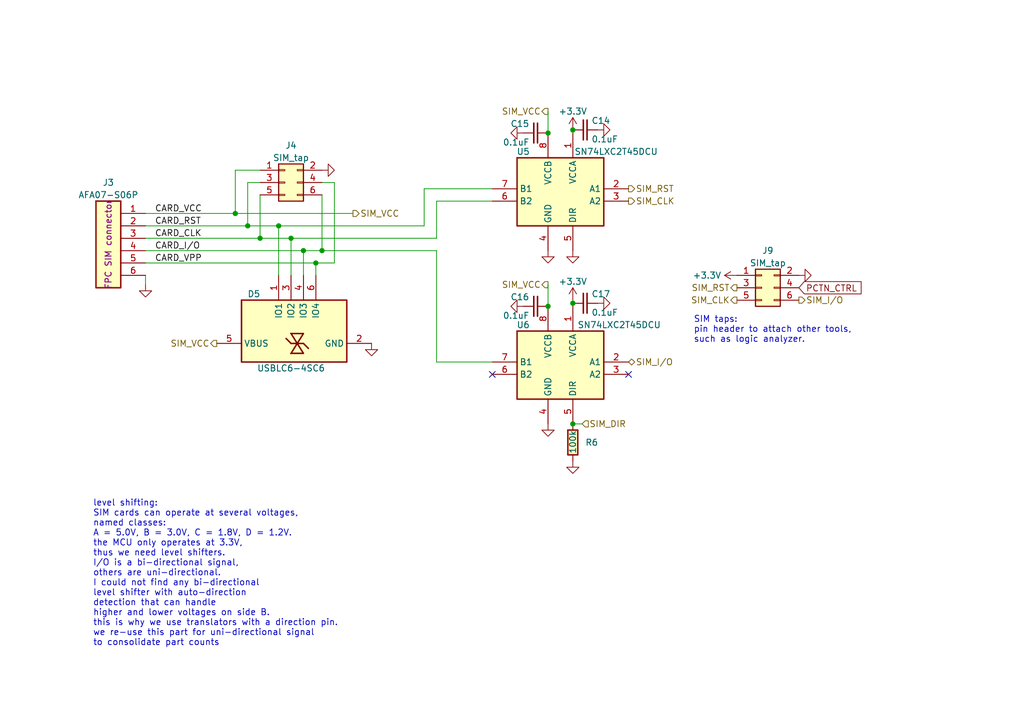
<source format=kicad_sch>
(kicad_sch (version 20230121) (generator eeschema)
  (paper "A5")
  (title_block (title "rSIM") (date "$date$") (rev "$version$.$revision$") (company "CuVoodoo") (comment 1 "King Kévin") (comment 2 "CERN-OHL-S") (comment 3 "SIM interface"))
  (lib_symbols
    (symbol "Connector_Generic:Conn_02x03_Odd_Even" (pin_names (offset 1.016) hide)
      (property "Reference" "J" (at 1.27 5.08 0))
      (property "Value" "Conn_02x03_Odd_Even" (at 1.27 -5.08 0))
      (symbol "Conn_02x03_Odd_Even_1_1"
        (rectangle (start -1.27 -2.413) (end 0 -2.667) (stroke (width 0.1524)))
        (rectangle (start -1.27 0.127) (end 0 -0.127) (stroke (width 0.1524)))
        (rectangle (start -1.27 2.667) (end 0 2.413) (stroke (width 0.1524)))
        (rectangle (start -1.27 3.81) (end 3.81 -3.81) (stroke (width 0.254)) (fill (type background)))
        (rectangle (start 3.81 -2.413) (end 2.54 -2.667) (stroke (width 0.1524)))
        (rectangle (start 3.81 0.127) (end 2.54 -0.127) (stroke (width 0.1524)))
        (rectangle (start 3.81 2.667) (end 2.54 2.413) (stroke (width 0.1524)))
        (pin passive line (at -5.08 2.54 0) (length 3.81) (name "Pin_1") (number "1"))
        (pin passive line (at 7.62 2.54 180) (length 3.81) (name "Pin_2") (number "2"))
        (pin passive line (at -5.08 0 0) (length 3.81) (name "Pin_3") (number "3"))
        (pin passive line (at 7.62 0 180) (length 3.81) (name "Pin_4") (number "4"))
        (pin passive line (at -5.08 -2.54 0) (length 3.81) (name "Pin_5") (number "5"))
        (pin passive line (at 7.62 -2.54 180) (length 3.81) (name "Pin_6") (number "6"))
      )
    )
    (symbol "partdb:TVS/USBLC6-4SC6"
      (property "Reference" "D" (at 0 0.762 0))
      (property "Value" "USBLC6-4SC6" (at 9.652 -22.352 0))
      (symbol "TVS/USBLC6-4SC6_1_1"
        (polyline (pts (xy 8.89 -12.7) (xy 9.906 -13.716)) (stroke (width 0.305)))
        (polyline (pts (xy 8.89 -10.16) (xy 7.874 -9.144)) (stroke (width 0.305)))
        (polyline (pts (xy 8.89 -10.16) (xy 8.89 -12.7)) (stroke (width 0.305)))
        (polyline (pts (xy 6.858 -10.16) (xy 8.89 -11.43) (xy 6.858 -12.7) (xy 6.858 -10.16)) (stroke (width 0.305)) (fill (type background)))
        (polyline (pts (xy 10.922 -10.16) (xy 8.89 -11.43) (xy 10.922 -12.7) (xy 10.922 -10.16)) (stroke (width 0.305)) (fill (type background)))
        (rectangle (start 0 0) (end 12.7 -21.59) (stroke (width 0.305)) (fill (type background)))
        (pin passive line (at -5.08 -7.62 0) (length 5.08) (name "IO1") (number "1"))
        (pin power_in line (at 8.89 -26.67 90) (length 5.08) (name "GND") (number "2"))
        (pin passive line (at -5.08 -10.16 0) (length 5.08) (name "IO2") (number "3"))
        (pin passive line (at -5.08 -12.7 0) (length 5.08) (name "IO3") (number "4"))
        (pin power_in line (at 8.89 5.08 270) (length 5.08) (name "VBUS") (number "5"))
        (pin passive line (at -5.08 -15.24 0) (length 5.08) (name "IO4") (number "6"))
      )
    )
    (symbol "partdb:capacitor/C0603 0.1uF 16V" (pin_numbers hide) (pin_names hide)
      (property "Reference" "C" (at 0 2.794 0))
      (property "Value" "C0603" (at 0 -2.794 0))
      (symbol "capacitor/C0603 0.1uF 16V_1_1"
        (polyline (pts (xy -0.381 2.032) (xy -0.381 -2.032)) (stroke (width 0.305)))
        (polyline (pts (xy 0.381 2.032) (xy 0.381 -2.032)) (stroke (width 0.305)))
        (pin passive line (at -2.54 0 0) (length 2.159) (name "L") (number "1"))
        (pin passive line (at 2.54 0 180) (length 2.159) (name "R") (number "2"))
      )
    )
    (symbol "partdb:connector/AFA07-S06FCC-00" (pin_names hide)
      (property "Reference" "J" (at 2.54 0.762 0))
      (property "Value" "AFA07-S06P" (at 2.54 -18.542 0))
      (symbol "connector/AFA07-S06FCC-00_1_1"
        (rectangle (start 0 0) (end 5.08 -17.78) (stroke (width 0.305)) (fill (type background)))
        (pin passive line (at -5.08 -2.54 0) (length 5.08) (name "1") (number "1"))
        (pin passive line (at -5.08 -5.08 0) (length 5.08) (name "2") (number "2"))
        (pin passive line (at -5.08 -7.62 0) (length 5.08) (name "3") (number "3"))
        (pin passive line (at -5.08 -10.16 0) (length 5.08) (name "4") (number "4"))
        (pin passive line (at -5.08 -12.7 0) (length 5.08) (name "5") (number "5"))
        (pin passive line (at -5.08 -15.24 0) (length 5.08) (name "6") (number "6"))
      )
    )
    (symbol "partdb:resistor/R0603 100K" (pin_numbers hide) (pin_names hide)
      (property "Reference" "R" (at 0 1.778 0))
      (property "Value" "R0603" (at 0 -1.778 0))
      (symbol "resistor/R0603 100K_1_1"
        (rectangle (start -2.54 1.016) (end 2.54 -1.016) (stroke (width 0.305)) (fill (type background)))
        (pin passive line (at -3.81 0 0) (length 1.27) (name "L") (number "1"))
        (pin passive line (at 3.81 0 180) (length 1.27) (name "R") (number "2"))
      )
    )
    (symbol "power:+3.3V" (power) (pin_names (offset 0))
      (property "Value" "+3.3V" (at 0 3.556 0))
      (symbol "+3.3V_0_1"
        (polyline (pts (xy -0.762 1.27) (xy 0 2.54)))
        (polyline (pts (xy 0 0) (xy 0 2.54)))
        (polyline (pts (xy 0 2.54) (xy 0.762 1.27)))
      )
      (symbol "+3.3V_1_1"
        (pin power_in line (at 0 0 90) (length 0) hide (name "+3.3V") (number "1"))
      )
    )
    (symbol "power:GND" (power) (pin_names (offset 0))
      (property "Value" "GND" (at 0 -3.81 0))
      (symbol "GND_0_1"
        (polyline (pts (xy 0 0) (xy 0 -1.27) (xy 1.27 -1.27) (xy 0 -2.54) (xy -1.27 -1.27) (xy 0 -1.27)))
      )
      (symbol "GND_1_1"
        (pin power_in line (at 0 0 270) (length 0) hide (name "GND") (number "1"))
      )
    )
    (symbol "qeda:SN74LXC2T45DCU"
      (property "Reference" "U" (at 0 0.762 0))
      (property "Value" "SN74LXC2T45DCU" (at 12.192 -14.732 0))
      (symbol "SN74LXC2T45DCU_1_1"
        (rectangle (start 0 0) (end 17.78 -13.97) (stroke (width 0.305)) (fill (type background)))
        (pin power_in line (at 6.35 5.08 270) (length 5.08) (name "VCCA") (number "1"))
        (pin bidirectional line (at -5.08 -6.35 0) (length 5.08) (name "A1") (number "2"))
        (pin bidirectional line (at -5.08 -8.89 0) (length 5.08) (name "A2") (number "3"))
        (pin power_in line (at 11.43 -19.05 90) (length 5.08) (name "GND") (number "4"))
        (pin input line (at 6.35 -19.05 90) (length 5.08) (name "DIR") (number "5"))
        (pin bidirectional line (at 22.86 -8.89 180) (length 5.08) (name "B2") (number "6"))
        (pin bidirectional line (at 22.86 -6.35 180) (length 5.08) (name "B1") (number "7"))
        (pin power_in line (at 11.43 5.08 270) (length 5.08) (name "VCCB") (number "8"))
      )
    )
  )
  (junction (at 50.8 46.355))
  (junction (at 66.04 51.435))
  (junction (at 53.34 48.895))
  (junction (at 117.475 62.23))
  (junction (at 112.395 27.305))
  (junction (at 62.23 51.435))
  (junction (at 117.475 86.995))
  (junction (at 117.475 26.67))
  (junction (at 57.15 46.355))
  (junction (at 59.69 48.895))
  (junction (at 48.26 43.815))
  (junction (at 112.395 62.865))
  (junction (at 64.77 53.975))
  (no_connect (at 100.965 76.835))
  (no_connect (at 128.905 76.835))
  (wire (pts (xy 119.38 86.995) (xy 117.475 86.995)))
  (wire (pts (xy 117.475 61.595) (xy 117.475 62.23)))
  (wire (pts (xy 29.845 58.42) (xy 29.845 56.515)))
  (wire (pts (xy 48.26 34.925) (xy 48.26 43.815)))
  (wire (pts (xy 64.77 53.975) (xy 64.77 56.515)))
  (wire (pts (xy 29.845 53.975) (xy 64.77 53.975)))
  (wire (pts (xy 50.8 37.465) (xy 50.8 46.355)))
  (wire (pts (xy 59.69 48.895) (xy 59.69 56.515)))
  (wire (pts (xy 112.395 22.86) (xy 112.395 27.305)))
  (wire (pts (xy 57.15 46.355) (xy 86.995 46.355)))
  (wire (pts (xy 64.77 53.975) (xy 68.58 53.975)))
  (wire (pts (xy 59.69 48.895) (xy 53.34 48.895)))
  (wire (pts (xy 86.995 46.355) (xy 86.995 38.735)))
  (wire (pts (xy 59.69 48.895) (xy 89.535 48.895)))
  (wire (pts (xy 62.23 51.435) (xy 62.23 56.515)))
  (wire (pts (xy 48.26 43.815) (xy 72.39 43.815)))
  (wire (pts (xy 53.34 34.925) (xy 48.26 34.925)))
  (wire (pts (xy 29.845 43.815) (xy 48.26 43.815)))
  (wire (pts (xy 57.15 46.355) (xy 50.8 46.355)))
  (wire (pts (xy 112.395 58.42) (xy 112.395 62.865)))
  (wire (pts (xy 117.475 26.67) (xy 117.475 27.305)))
  (wire (pts (xy 66.04 37.465) (xy 68.58 37.465)))
  (wire (pts (xy 66.04 40.005) (xy 66.04 51.435)))
  (wire (pts (xy 29.845 51.435) (xy 62.23 51.435)))
  (wire (pts (xy 53.34 40.005) (xy 53.34 48.895)))
  (wire (pts (xy 68.58 37.465) (xy 68.58 53.975)))
  (wire (pts (xy 89.535 51.435) (xy 89.535 74.295)))
  (wire (pts (xy 66.04 51.435) (xy 89.535 51.435)))
  (wire (pts (xy 86.995 38.735) (xy 100.965 38.735)))
  (wire (pts (xy 29.845 46.355) (xy 50.8 46.355)))
  (wire (pts (xy 57.15 46.355) (xy 57.15 56.515)))
  (wire (pts (xy 29.845 48.895) (xy 53.34 48.895)))
  (wire (pts (xy 89.535 74.295) (xy 100.965 74.295)))
  (wire (pts (xy 89.535 48.895) (xy 89.535 41.275)))
  (wire (pts (xy 89.535 41.275) (xy 100.965 41.275)))
  (wire (pts (xy 66.04 51.435) (xy 62.23 51.435)))
  (wire (pts (xy 53.34 37.465) (xy 50.8 37.465)))
  (wire (pts (xy 117.475 62.23) (xy 117.475 62.865)))
  (text "level shifting:\nSIM cards can operate at several voltages,\nnamed classes:\nA = 5.0V, B = 3.0V, C = 1.8V, D = 1.2V.\nthe MCU only operates at 3.3V,\nthus we need level shifters.\nI/O is a bi-directional signal,\nothers are uni-directional.\nI could not find any bi-directional\nlevel shifter with auto-direction\ndetection that can handle\nhigher and lower voltages on side B.\nthis is why we use translators with a direction pin.\nwe re-use this part for uni-directional signal\nto consolidate part counts\n" (at 19.05 132.715 0) (effects (font (size 1.27 1.27)) (justify left bottom)))
  (text "SIM taps:\npin header to attach other tools,\nsuch as logic analyzer." (at 142.24 70.485 0) (effects (font (size 1.27 1.27)) (justify left bottom)))
  (label "CARD_RST" (at 31.75 46.355 0))
  (label "CARD_VPP" (at 31.75 53.975 0))
  (label "CARD_CLK" (at 31.75 48.895 0))
  (label "CARD_VCC" (at 31.75 43.815 0))
  (label "CARD_I{slash}O" (at 31.75 51.435 0))
  (global_label "PCTN_CTRL" (shape input) (at 163.83 59.055 0) (property "Intersheetrefs" "${INTERSHEET_REFS}" (effects hide)))
  (hierarchical_label "SIM_RST" (shape output) (at 128.905 38.735 0))
  (hierarchical_label "SIM_VCC" (shape output) (at 72.39 43.815 0))
  (hierarchical_label "SIM_I{slash}O" (shape output) (at 163.83 61.595 0))
  (hierarchical_label "SIM_I{slash}O" (shape bidirectional) (at 128.905 74.295 0))
  (hierarchical_label "SIM_VCC" (shape output) (at 112.395 58.42 180))
  (hierarchical_label "SIM_RST" (shape output) (at 151.13 59.055 180))
  (hierarchical_label "SIM_DIR" (shape input) (at 119.38 86.995 0))
  (hierarchical_label "SIM_VCC" (shape output) (at 112.395 22.86 180))
  (hierarchical_label "SIM_CLK" (shape output) (at 128.905 41.275 0))
  (hierarchical_label "SIM_CLK" (shape output) (at 151.13 61.595 180))
  (hierarchical_label "SIM_VCC" (shape output) (at 44.45 70.485 180))
  (symbol (lib_id "power:GND") (at 112.395 86.995 0) (unit 1)
    (property "Reference" "#PWR073" (effects hide))
    (property "Value" "GND" (effects hide))
    (instances (project "rsim" (path "" (reference "#PWR073") (unit 1)) (path "" (reference "#PWR085") (unit 1)) (path "" (reference "#PWR0104") (unit 1))))
  )
  (symbol (lib_id "partdb:connector/AFA07-S06FCC-00") (at 24.765 41.275 0) (mirror y) (unit 1)
    (property "Reference" "J3" (at 22.225 37.465 0))
    (property "Value" "AFA07-S06P" (at 22.225 40.005 0))
    (property "Footprint" "qeda:CONNECTOR_AFA07-S06P" (effects hide))
    (property "Datasheet" "https://datasheet.lcsc.com/lcsc/1811021315_JUSHUO-AFA07-S06FCC-00_C72727.pdf" (effects hide))
    (property "qeda_part" "connector/fpc_afa07" (effects hide))
    (property "qeda_variant" "6p" (effects hide))
    (property "name" "FPC SIM connector" (at 22.225 50.165 90))
    (property "Description" "FPC connector 6-pin 1.0 mm pitch" (effects hide))
    (property "LCSC" "C72727" (effects hide))
    (instances (project "rsim" (path "" (reference "J3") (unit 1)) (path "" (reference "J5") (unit 1)) (path "" (reference "J8") (unit 1))))
  )
  (symbol (lib_id "partdb:capacitor/C0603 0.1uF 16V") (at 109.855 62.865 0) (mirror y) (unit 1)
    (property "Reference" "C16" (at 108.585 60.96 0) (effects (justify left)))
    (property "Value" "0.1uF" (at 108.585 64.77 0) (effects (justify left)))
    (property "Footprint" "qeda:CAPC1608X92N" (effects hide))
    (property "Datasheet" "Chip capacitor 1.6x0.8 mm" (effects hide))
    (property "qeda_part" "capacitor/c0603" (effects hide))
    (property "JLCPCB_CORRECTION" "0;0;-90" (effects hide))
    (property "Description" "100nF ±20% 16V X7R" (effects hide))
    (property "DigiKey" "311-1335-1-ND" (effects hide))
    (instances (project "rsim" (path "" (reference "C16") (unit 1)) (path "" (reference "C15") (unit 1)) (path "" (reference "C19") (unit 1))))
  )
  (symbol (lib_id "partdb:capacitor/C0603 0.1uF 16V") (at 109.855 27.305 0) (mirror y) (unit 1)
    (property "Reference" "C15" (at 108.585 25.4 0) (effects (justify left)))
    (property "Value" "0.1uF" (at 108.585 29.21 0) (effects (justify left)))
    (property "Footprint" "qeda:CAPC1608X92N" (effects hide))
    (property "Datasheet" "Chip capacitor 1.6x0.8 mm" (effects hide))
    (property "qeda_part" "capacitor/c0603" (effects hide))
    (property "JLCPCB_CORRECTION" "0;0;-90" (effects hide))
    (property "Description" "100nF ±20% 16V X7R" (effects hide))
    (property "DigiKey" "311-1335-1-ND" (effects hide))
    (instances (project "rsim" (path "" (reference "C15") (unit 1)) (path "" (reference "C14") (unit 1)) (path "" (reference "C18") (unit 1))))
  )
  (symbol (lib_id "power:GND") (at 112.395 51.435 0) (unit 1)
    (property "Reference" "#PWR072" (effects hide))
    (property "Value" "GND" (effects hide))
    (instances (project "rsim" (path "" (reference "#PWR072") (unit 1)) (path "" (reference "#PWR083") (unit 1)) (path "" (reference "#PWR0102") (unit 1))))
  )
  (symbol (lib_id "qeda:SN74LXC2T45DCU") (at 123.825 67.945 0) (mirror y) (unit 1)
    (property "Reference" "U6" (at 107.315 66.675 0))
    (property "Value" "SN74LXC2T45DCU" (at 127 66.675 0))
    (property "Footprint" "qeda:SOP50P310X90-8N" (effects hide))
    (property "Datasheet" "https://www.ti.com/lit/gpn/sn74lxc2t45" (effects hide))
    (instances (project "rsim" (path "" (reference "U6") (unit 1)) (path "" (reference "U6") (unit 1)) (path "" (reference "U8") (unit 1))))
  )
  (symbol (lib_id "power:GND") (at 107.315 27.305 270) (unit 1)
    (property "Reference" "#PWR096" (effects hide))
    (property "Value" "GND" (effects hide))
    (instances (project "rsim" (path "" (reference "#PWR096") (unit 1)) (path "" (reference "#PWR080") (unit 1)) (path "" (reference "#PWR099") (unit 1))))
  )
  (symbol (lib_id "power:GND") (at 122.555 62.23 90) (unit 1)
    (property "Reference" "#PWR098" (effects hide))
    (property "Value" "GND" (effects hide))
    (instances (project "rsim" (path "" (reference "#PWR098") (unit 1)) (path "" (reference "#PWR091") (unit 1)) (path "" (reference "#PWR0110") (unit 1))))
  )
  (symbol (lib_id "partdb:capacitor/C0603 0.1uF 16V") (at 120.015 62.23 0) (unit 1)
    (property "Reference" "C17" (at 121.285 60.325 0) (effects (justify left)))
    (property "Value" "0.1uF" (at 121.285 64.135 0) (effects (justify left)))
    (property "Footprint" "qeda:CAPC1608X92N" (effects hide))
    (property "Datasheet" "Chip capacitor 1.6x0.8 mm" (effects hide))
    (property "qeda_part" "capacitor/c0603" (effects hide))
    (property "JLCPCB_CORRECTION" "0;0;-90" (effects hide))
    (property "Description" "100nF ±20% 16V X7R" (effects hide))
    (property "DigiKey" "311-1335-1-ND" (effects hide))
    (instances (project "rsim" (path "" (reference "C17") (unit 1)) (path "" (reference "C17") (unit 1)) (path "" (reference "C21") (unit 1))))
  )
  (symbol (lib_id "power:+3.3V") (at 117.475 61.595 0) (unit 1)
    (property "Reference" "#PWR075" (effects hide))
    (property "Value" "+3.3V" (at 117.475 57.785 0))
    (instances (project "rsim" (path "" (reference "#PWR075") (unit 1)) (path "" (reference "#PWR088") (unit 1)) (path "" (reference "#PWR0107") (unit 1))))
  )
  (symbol (lib_id "Connector_Generic:Conn_02x03_Odd_Even") (at 58.42 37.465 0) (unit 1)
    (property "Reference" "J4" (at 59.69 29.845 0))
    (property "Value" "SIM_tap" (at 59.69 32.385 0))
    (property "Footprint" "Connector_IDC:IDC-Header_2x03_P2.54mm_Vertical" (effects hide))
    (instances (project "rsim" (path "" (reference "J4") (unit 1)) (path "" (reference "J6") (unit 1)) (path "" (reference "J9") (unit 1))))
  )
  (symbol (lib_id "power:+3.3V") (at 117.475 26.67 0) (unit 1)
    (property "Reference" "#PWR074" (effects hide))
    (property "Value" "+3.3V" (at 117.475 22.86 0))
    (instances (project "rsim" (path "" (reference "#PWR074") (unit 1)) (path "" (reference "#PWR086") (unit 1)) (path "" (reference "#PWR0105") (unit 1))))
  )
  (symbol (lib_id "power:GND") (at 117.475 94.615 0) (unit 1)
    (property "Reference" "#PWR076" (effects hide))
    (property "Value" "GND" (effects hide))
    (instances (project "rsim" (path "" (reference "#PWR076") (unit 1)) (path "" (reference "#PWR089") (unit 1)) (path "" (reference "#PWR0108") (unit 1))))
  )
  (symbol (lib_id "power:GND") (at 122.555 26.67 90) (unit 1)
    (property "Reference" "#PWR095" (effects hide))
    (property "Value" "GND" (effects hide))
    (instances (project "rsim" (path "" (reference "#PWR095") (unit 1)) (path "" (reference "#PWR090") (unit 1)) (path "" (reference "#PWR0109") (unit 1))))
  )
  (symbol (lib_id "partdb:TVS/USBLC6-4SC6") (at 49.53 61.595 90) (mirror x) (unit 1)
    (property "Reference" "D5" (at 52.07 60.325 90))
    (property "Value" "USBLC6-4SC6" (at 59.69 75.565 90))
    (property "Footprint" "qeda:SOT95P280X145-6N" (effects hide))
    (property "Datasheet" "https://www.st.com/resource/en/datasheet/usblc6-4.pdf" (effects hide))
    (property "qeda_part" "diode/tvs_st_usblc6-4" (effects hide))
    (property "qeda_variant" "sc6" (effects hide))
    (property "Description" "TVS 4-line" (effects hide))
    (property "LCSC" "C558419" (effects hide))
    (instances (project "rsim" (path "" (reference "D5") (unit 1)) (path "" (reference "D9") (unit 1)) (path "" (reference "D10") (unit 1))))
  )
  (symbol (lib_id "power:GND") (at 163.83 56.515 90) (unit 1)
    (property "Reference" "#PWR083" (effects hide))
    (property "Value" "GND" (effects hide))
    (instances (project "rsim" (path "" (reference "#PWR083") (unit 1)) (path "" (reference "#PWR093") (unit 1)) (path "" (reference "#PWR0112") (unit 1))))
  )
  (symbol (lib_id "Connector_Generic:Conn_02x03_Odd_Even") (at 156.21 59.055 0) (unit 1)
    (property "Reference" "J9" (at 157.48 51.435 0))
    (property "Value" "SIM_tap" (at 157.48 53.975 0))
    (property "Footprint" "Connector_IDC:IDC-Header_2x03_P2.54mm_Vertical" (effects hide))
    (instances (project "rsim" (path "" (reference "J9") (unit 1)) (path "" (reference "J7") (unit 1)) (path "" (reference "J10") (unit 1))))
  )
  (symbol (lib_id "power:GND") (at 66.04 34.925 90) (unit 1)
    (property "Reference" "#PWR027" (effects hide))
    (property "Value" "GND" (effects hide))
    (instances (project "rsim" (path "" (reference "#PWR027") (unit 1)) (path "" (reference "#PWR078") (unit 1)) (path "" (reference "#PWR097") (unit 1))))
  )
  (symbol (lib_id "partdb:capacitor/C0603 0.1uF 16V") (at 120.015 26.67 0) (unit 1)
    (property "Reference" "C14" (at 121.285 24.765 0) (effects (justify left)))
    (property "Value" "0.1uF" (at 121.285 28.575 0) (effects (justify left)))
    (property "Footprint" "qeda:CAPC1608X92N" (effects hide))
    (property "Datasheet" "Chip capacitor 1.6x0.8 mm" (effects hide))
    (property "qeda_part" "capacitor/c0603" (effects hide))
    (property "JLCPCB_CORRECTION" "0;0;-90" (effects hide))
    (property "Description" "100nF ±20% 16V X7R" (effects hide))
    (property "DigiKey" "311-1335-1-ND" (effects hide))
    (instances (project "rsim" (path "" (reference "C14") (unit 1)) (path "" (reference "C16") (unit 1)) (path "" (reference "C20") (unit 1))))
  )
  (symbol (lib_id "power:GND") (at 76.2 70.485 0) (unit 1)
    (property "Reference" "#PWR028" (effects hide))
    (property "Value" "GND" (effects hide))
    (instances (project "rsim" (path "" (reference "#PWR028") (unit 1)) (path "" (reference "#PWR079") (unit 1)) (path "" (reference "#PWR098") (unit 1))))
  )
  (symbol (lib_id "qeda:SN74LXC2T45DCU") (at 123.825 32.385 0) (mirror y) (unit 1)
    (property "Reference" "U5" (at 107.315 31.115 0))
    (property "Value" "SN74LXC2T45DCU" (at 126.365 31.115 0))
    (property "Footprint" "qeda:SOP50P310X90-8N" (effects hide))
    (property "Datasheet" "https://www.ti.com/lit/gpn/sn74lxc2t45" (effects hide))
    (instances (project "rsim" (path "" (reference "U5") (unit 1)) (path "" (reference "U5") (unit 1)) (path "" (reference "U7") (unit 1))))
  )
  (symbol (lib_id "power:GND") (at 29.845 58.42 0) (unit 1)
    (property "Reference" "#PWR026" (effects hide))
    (property "Value" "GND" (effects hide))
    (instances (project "rsim" (path "" (reference "#PWR026") (unit 1)) (path "" (reference "#PWR076") (unit 1)) (path "" (reference "#PWR095") (unit 1))))
  )
  (symbol (lib_id "power:+3.3V") (at 151.13 56.515 90) (unit 1)
    (property "Reference" "#PWR082" (effects hide))
    (property "Value" "+3.3V" (at 147.955 56.515 90) (effects (justify left)))
    (instances (project "rsim" (path "" (reference "#PWR082") (unit 1)) (path "" (reference "#PWR092") (unit 1)) (path "" (reference "#PWR0111") (unit 1))))
  )
  (symbol (lib_id "power:GND") (at 107.315 62.865 270) (unit 1)
    (property "Reference" "#PWR097" (effects hide))
    (property "Value" "GND" (effects hide))
    (instances (project "rsim" (path "" (reference "#PWR097") (unit 1)) (path "" (reference "#PWR081") (unit 1)) (path "" (reference "#PWR0100") (unit 1))))
  )
  (symbol (lib_id "partdb:resistor/R0603 100K") (at 117.475 90.805 90) (unit 1)
    (property "Reference" "R6" (at 120.015 90.805 90) (effects (justify right)))
    (property "Value" "100k" (at 117.475 88.265 0) (effects (justify right)))
    (property "Footprint" "qeda:UC1608X55N" (effects hide))
    (property "Datasheet" "resistor, chip, 1.6x0.8 mm" (effects hide))
    (property "qeda_part" "resistor/r0603" (effects hide))
    (property "JLCPCB_CORRECTION" "0;0;-90" (effects hide))
    (property "Description" "100K ±5%" (effects hide))
    (property "name" "resistor, chip, 1.6x0.8 mm" (effects hide))
    (property "LCSC" "C15458" (effects hide))
    (instances (project "rsim" (path "" (reference "R6") (unit 1)) (path "" (reference "R6") (unit 1)) (path "" (reference "R18") (unit 1)) (path "" (reference "R19") (unit 1))))
  )
  (symbol (lib_id "power:GND") (at 117.475 51.435 0) (unit 1)
    (property "Reference" "#PWR076" (effects hide))
    (property "Value" "GND" (effects hide))
    (instances (project "rsim" (path "" (reference "#PWR076") (unit 1)) (path "" (reference "#PWR087") (unit 1)) (path "" (reference "#PWR0106") (unit 1))))
  )
)
</source>
